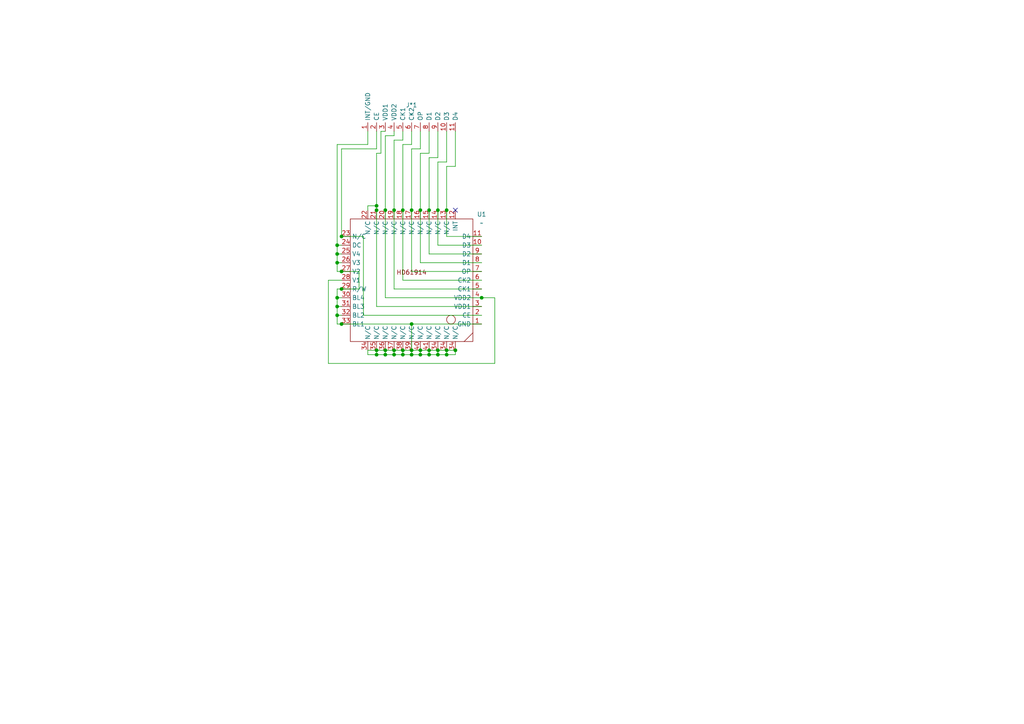
<source format=kicad_sch>
(kicad_sch
	(version 20250114)
	(generator "eeschema")
	(generator_version "9.0")
	(uuid "ca73b52c-85e5-406f-8bf0-25a1d295cc2d")
	(paper "A4")
	(lib_symbols
		(symbol "Custom_Retro_Chips:CASIO_OR-1_Pin_Headder"
			(exclude_from_sim no)
			(in_bom yes)
			(on_board yes)
			(property "Reference" "J*"
				(at 0 9.398 0)
				(effects
					(font
						(size 1.27 1.27)
					)
				)
			)
			(property "Value" ""
				(at 0 0 0)
				(effects
					(font
						(size 1.27 1.27)
					)
				)
			)
			(property "Footprint" ""
				(at 0 0 0)
				(effects
					(font
						(size 1.27 1.27)
					)
					(hide yes)
				)
			)
			(property "Datasheet" ""
				(at 0 0 0)
				(effects
					(font
						(size 1.27 1.27)
					)
					(hide yes)
				)
			)
			(property "Description" ""
				(at 0 0 0)
				(effects
					(font
						(size 1.27 1.27)
					)
					(hide yes)
				)
			)
			(symbol "CASIO_OR-1_Pin_Headder_1_1"
				(pin power_in line
					(at -12.7 1.27 90)
					(length 2.54)
					(name "INT/GND"
						(effects
							(font
								(size 1.27 1.27)
							)
						)
					)
					(number "1"
						(effects
							(font
								(size 1.27 1.27)
							)
						)
					)
				)
				(pin input line
					(at -10.16 1.27 90)
					(length 2.54)
					(name "CE"
						(effects
							(font
								(size 1.27 1.27)
							)
						)
					)
					(number "2"
						(effects
							(font
								(size 1.27 1.27)
							)
						)
					)
				)
				(pin power_in line
					(at -7.62 1.27 90)
					(length 2.54)
					(name "VDD1"
						(effects
							(font
								(size 1.27 1.27)
							)
						)
					)
					(number "3"
						(effects
							(font
								(size 1.27 1.27)
							)
						)
					)
				)
				(pin power_in line
					(at -5.08 1.27 90)
					(length 2.54)
					(name "VDD2"
						(effects
							(font
								(size 1.27 1.27)
							)
						)
					)
					(number "4"
						(effects
							(font
								(size 1.27 1.27)
							)
						)
					)
				)
				(pin input line
					(at -2.54 1.27 90)
					(length 2.54)
					(name "CK1"
						(effects
							(font
								(size 1.27 1.27)
							)
						)
					)
					(number "5"
						(effects
							(font
								(size 1.27 1.27)
							)
						)
					)
				)
				(pin input line
					(at 0 1.27 90)
					(length 2.54)
					(name "CK2"
						(effects
							(font
								(size 1.27 1.27)
							)
						)
					)
					(number "6"
						(effects
							(font
								(size 1.27 1.27)
							)
						)
					)
				)
				(pin input line
					(at 2.54 1.27 90)
					(length 2.54)
					(name "OP"
						(effects
							(font
								(size 1.27 1.27)
							)
						)
					)
					(number "7"
						(effects
							(font
								(size 1.27 1.27)
							)
						)
					)
				)
				(pin bidirectional line
					(at 5.08 1.27 90)
					(length 2.54)
					(name "D1"
						(effects
							(font
								(size 1.27 1.27)
							)
						)
					)
					(number "8"
						(effects
							(font
								(size 1.27 1.27)
							)
						)
					)
				)
				(pin bidirectional line
					(at 7.62 1.27 90)
					(length 2.54)
					(name "D2"
						(effects
							(font
								(size 1.27 1.27)
							)
						)
					)
					(number "9"
						(effects
							(font
								(size 1.27 1.27)
							)
						)
					)
				)
				(pin bidirectional line
					(at 10.16 1.27 90)
					(length 2.54)
					(name "D3"
						(effects
							(font
								(size 1.27 1.27)
							)
						)
					)
					(number "10"
						(effects
							(font
								(size 1.27 1.27)
							)
						)
					)
				)
				(pin bidirectional line
					(at 12.7 1.27 90)
					(length 2.54)
					(name "D4"
						(effects
							(font
								(size 1.27 1.27)
							)
						)
					)
					(number "11"
						(effects
							(font
								(size 1.27 1.27)
							)
						)
					)
				)
			)
			(embedded_fonts no)
		)
		(symbol "Custom_Retro_Chips:HD61914"
			(exclude_from_sim no)
			(in_bom yes)
			(on_board yes)
			(property "Reference" "U"
				(at 0 0 0)
				(effects
					(font
						(size 1.27 1.27)
					)
				)
			)
			(property "Value" ""
				(at 0 -16.256 0)
				(effects
					(font
						(size 1.27 1.27)
					)
				)
			)
			(property "Footprint" ""
				(at 0 -16.256 0)
				(effects
					(font
						(size 1.27 1.27)
					)
					(hide yes)
				)
			)
			(property "Datasheet" ""
				(at 0 -16.256 0)
				(effects
					(font
						(size 1.27 1.27)
					)
					(hide yes)
				)
			)
			(property "Description" ""
				(at 0 -16.256 0)
				(effects
					(font
						(size 1.27 1.27)
					)
					(hide yes)
				)
			)
			(symbol "HD61914_0_1"
				(rectangle
					(start -17.78 17.78)
					(end 17.78 -17.78)
					(stroke
						(width 0)
						(type default)
					)
					(fill
						(type none)
					)
				)
				(circle
					(center 11.43 -11.43)
					(radius 1.27)
					(stroke
						(width 0)
						(type default)
					)
					(fill
						(type none)
					)
				)
				(polyline
					(pts
						(xy 15.24 -17.78) (xy 17.78 -15.24)
					)
					(stroke
						(width 0)
						(type default)
					)
					(fill
						(type none)
					)
				)
			)
			(symbol "HD61914_1_1"
				(text "HD61914"
					(at 0 2.286 0)
					(effects
						(font
							(size 1.27 1.27)
						)
					)
				)
				(pin passive line
					(at -20.32 12.7 0)
					(length 2.54)
					(name "N/C"
						(effects
							(font
								(size 1.27 1.27)
							)
						)
					)
					(number "23"
						(effects
							(font
								(size 1.27 1.27)
							)
						)
					)
				)
				(pin input line
					(at -20.32 10.16 0)
					(length 2.54)
					(name "DC"
						(effects
							(font
								(size 1.27 1.27)
							)
						)
					)
					(number "24"
						(effects
							(font
								(size 1.27 1.27)
							)
						)
					)
				)
				(pin input line
					(at -20.32 7.62 0)
					(length 2.54)
					(name "V4"
						(effects
							(font
								(size 1.27 1.27)
							)
						)
					)
					(number "25"
						(effects
							(font
								(size 1.27 1.27)
							)
						)
					)
				)
				(pin input line
					(at -20.32 5.08 0)
					(length 2.54)
					(name "V3"
						(effects
							(font
								(size 1.27 1.27)
							)
						)
					)
					(number "26"
						(effects
							(font
								(size 1.27 1.27)
							)
						)
					)
				)
				(pin input line
					(at -20.32 2.54 0)
					(length 2.54)
					(name "V2"
						(effects
							(font
								(size 1.27 1.27)
							)
						)
					)
					(number "27"
						(effects
							(font
								(size 1.27 1.27)
							)
						)
					)
				)
				(pin input line
					(at -20.32 0 0)
					(length 2.54)
					(name "V1"
						(effects
							(font
								(size 1.27 1.27)
							)
						)
					)
					(number "28"
						(effects
							(font
								(size 1.27 1.27)
							)
						)
					)
				)
				(pin input line
					(at -20.32 -2.54 0)
					(length 2.54)
					(name "R/W"
						(effects
							(font
								(size 1.27 1.27)
							)
						)
					)
					(number "29"
						(effects
							(font
								(size 1.27 1.27)
							)
						)
					)
				)
				(pin input line
					(at -20.32 -5.08 0)
					(length 2.54)
					(name "BL4"
						(effects
							(font
								(size 1.27 1.27)
							)
						)
					)
					(number "30"
						(effects
							(font
								(size 1.27 1.27)
							)
						)
					)
				)
				(pin input line
					(at -20.32 -7.62 0)
					(length 2.54)
					(name "BL3"
						(effects
							(font
								(size 1.27 1.27)
							)
						)
					)
					(number "31"
						(effects
							(font
								(size 1.27 1.27)
							)
						)
					)
				)
				(pin input line
					(at -20.32 -10.16 0)
					(length 2.54)
					(name "BL2"
						(effects
							(font
								(size 1.27 1.27)
							)
						)
					)
					(number "32"
						(effects
							(font
								(size 1.27 1.27)
							)
						)
					)
				)
				(pin input line
					(at -20.32 -12.7 0)
					(length 2.54)
					(name "BL1"
						(effects
							(font
								(size 1.27 1.27)
							)
						)
					)
					(number "33"
						(effects
							(font
								(size 1.27 1.27)
							)
						)
					)
				)
				(pin passive line
					(at -12.7 20.32 270)
					(length 2.54)
					(name "N/C"
						(effects
							(font
								(size 1.27 1.27)
							)
						)
					)
					(number "22"
						(effects
							(font
								(size 1.27 1.27)
							)
						)
					)
				)
				(pin passive line
					(at -12.7 -20.32 90)
					(length 2.54)
					(name "N/C"
						(effects
							(font
								(size 1.27 1.27)
							)
						)
					)
					(number "34"
						(effects
							(font
								(size 1.27 1.27)
							)
						)
					)
				)
				(pin passive line
					(at -10.16 20.32 270)
					(length 2.54)
					(name "N/C"
						(effects
							(font
								(size 1.27 1.27)
							)
						)
					)
					(number "21"
						(effects
							(font
								(size 1.27 1.27)
							)
						)
					)
				)
				(pin passive line
					(at -10.16 -20.32 90)
					(length 2.54)
					(name "N/C"
						(effects
							(font
								(size 1.27 1.27)
							)
						)
					)
					(number "35"
						(effects
							(font
								(size 1.27 1.27)
							)
						)
					)
				)
				(pin passive line
					(at -7.62 20.32 270)
					(length 2.54)
					(name "N/C"
						(effects
							(font
								(size 1.27 1.27)
							)
						)
					)
					(number "20"
						(effects
							(font
								(size 1.27 1.27)
							)
						)
					)
				)
				(pin passive line
					(at -7.62 -20.32 90)
					(length 2.54)
					(name "N/C"
						(effects
							(font
								(size 1.27 1.27)
							)
						)
					)
					(number "36"
						(effects
							(font
								(size 1.27 1.27)
							)
						)
					)
				)
				(pin passive line
					(at -5.08 20.32 270)
					(length 2.54)
					(name "N/C"
						(effects
							(font
								(size 1.27 1.27)
							)
						)
					)
					(number "19"
						(effects
							(font
								(size 1.27 1.27)
							)
						)
					)
				)
				(pin passive line
					(at -5.08 -20.32 90)
					(length 2.54)
					(name "N/C"
						(effects
							(font
								(size 1.27 1.27)
							)
						)
					)
					(number "37"
						(effects
							(font
								(size 1.27 1.27)
							)
						)
					)
				)
				(pin passive line
					(at -2.54 20.32 270)
					(length 2.54)
					(name "N/C"
						(effects
							(font
								(size 1.27 1.27)
							)
						)
					)
					(number "18"
						(effects
							(font
								(size 1.27 1.27)
							)
						)
					)
				)
				(pin passive line
					(at -2.54 -20.32 90)
					(length 2.54)
					(name "N/C"
						(effects
							(font
								(size 1.27 1.27)
							)
						)
					)
					(number "38"
						(effects
							(font
								(size 1.27 1.27)
							)
						)
					)
				)
				(pin passive line
					(at 0 20.32 270)
					(length 2.54)
					(name "N/C"
						(effects
							(font
								(size 1.27 1.27)
							)
						)
					)
					(number "17"
						(effects
							(font
								(size 1.27 1.27)
							)
						)
					)
				)
				(pin passive line
					(at 0 -20.32 90)
					(length 2.54)
					(name "N/C"
						(effects
							(font
								(size 1.27 1.27)
							)
						)
					)
					(number "39"
						(effects
							(font
								(size 1.27 1.27)
							)
						)
					)
				)
				(pin passive line
					(at 2.54 20.32 270)
					(length 2.54)
					(name "N/C"
						(effects
							(font
								(size 1.27 1.27)
							)
						)
					)
					(number "16"
						(effects
							(font
								(size 1.27 1.27)
							)
						)
					)
				)
				(pin passive line
					(at 2.54 -20.32 90)
					(length 2.54)
					(name "N/C"
						(effects
							(font
								(size 1.27 1.27)
							)
						)
					)
					(number "40"
						(effects
							(font
								(size 1.27 1.27)
							)
						)
					)
				)
				(pin passive line
					(at 5.08 20.32 270)
					(length 2.54)
					(name "N/C"
						(effects
							(font
								(size 1.27 1.27)
							)
						)
					)
					(number "15"
						(effects
							(font
								(size 1.27 1.27)
							)
						)
					)
				)
				(pin passive line
					(at 5.08 -20.32 90)
					(length 2.54)
					(name "N/C"
						(effects
							(font
								(size 1.27 1.27)
							)
						)
					)
					(number "41"
						(effects
							(font
								(size 1.27 1.27)
							)
						)
					)
				)
				(pin passive line
					(at 7.62 20.32 270)
					(length 2.54)
					(name "N/C"
						(effects
							(font
								(size 1.27 1.27)
							)
						)
					)
					(number "14"
						(effects
							(font
								(size 1.27 1.27)
							)
						)
					)
				)
				(pin passive line
					(at 7.62 -20.32 90)
					(length 2.54)
					(name "N/C"
						(effects
							(font
								(size 1.27 1.27)
							)
						)
					)
					(number "34"
						(effects
							(font
								(size 1.27 1.27)
							)
						)
					)
				)
				(pin passive line
					(at 10.16 20.32 270)
					(length 2.54)
					(name "N/C"
						(effects
							(font
								(size 1.27 1.27)
							)
						)
					)
					(number "13"
						(effects
							(font
								(size 1.27 1.27)
							)
						)
					)
				)
				(pin passive line
					(at 10.16 -20.32 90)
					(length 2.54)
					(name "N/C"
						(effects
							(font
								(size 1.27 1.27)
							)
						)
					)
					(number "34"
						(effects
							(font
								(size 1.27 1.27)
							)
						)
					)
				)
				(pin input line
					(at 12.7 20.32 270)
					(length 2.54)
					(name "INT"
						(effects
							(font
								(size 1.27 1.27)
							)
						)
					)
					(number "12"
						(effects
							(font
								(size 1.27 1.27)
							)
						)
					)
				)
				(pin passive line
					(at 12.7 -20.32 90)
					(length 2.54)
					(name "N/C"
						(effects
							(font
								(size 1.27 1.27)
							)
						)
					)
					(number "34"
						(effects
							(font
								(size 1.27 1.27)
							)
						)
					)
				)
				(pin bidirectional line
					(at 20.32 12.7 180)
					(length 2.54)
					(name "D4"
						(effects
							(font
								(size 1.27 1.27)
							)
						)
					)
					(number "11"
						(effects
							(font
								(size 1.27 1.27)
							)
						)
					)
				)
				(pin bidirectional line
					(at 20.32 10.16 180)
					(length 2.54)
					(name "D3"
						(effects
							(font
								(size 1.27 1.27)
							)
						)
					)
					(number "10"
						(effects
							(font
								(size 1.27 1.27)
							)
						)
					)
				)
				(pin bidirectional line
					(at 20.32 7.62 180)
					(length 2.54)
					(name "D2"
						(effects
							(font
								(size 1.27 1.27)
							)
						)
					)
					(number "9"
						(effects
							(font
								(size 1.27 1.27)
							)
						)
					)
				)
				(pin bidirectional line
					(at 20.32 5.08 180)
					(length 2.54)
					(name "D1"
						(effects
							(font
								(size 1.27 1.27)
							)
						)
					)
					(number "8"
						(effects
							(font
								(size 1.27 1.27)
							)
						)
					)
				)
				(pin input line
					(at 20.32 2.54 180)
					(length 2.54)
					(name "OP"
						(effects
							(font
								(size 1.27 1.27)
							)
						)
					)
					(number "7"
						(effects
							(font
								(size 1.27 1.27)
							)
						)
					)
				)
				(pin input line
					(at 20.32 0 180)
					(length 2.54)
					(name "CK2"
						(effects
							(font
								(size 1.27 1.27)
							)
						)
					)
					(number "6"
						(effects
							(font
								(size 1.27 1.27)
							)
						)
					)
				)
				(pin input line
					(at 20.32 -2.54 180)
					(length 2.54)
					(name "CK1"
						(effects
							(font
								(size 1.27 1.27)
							)
						)
					)
					(number "5"
						(effects
							(font
								(size 1.27 1.27)
							)
						)
					)
				)
				(pin power_in line
					(at 20.32 -5.08 180)
					(length 2.54)
					(name "VDD2"
						(effects
							(font
								(size 1.27 1.27)
							)
						)
					)
					(number "4"
						(effects
							(font
								(size 1.27 1.27)
							)
						)
					)
				)
				(pin power_in line
					(at 20.32 -7.62 180)
					(length 2.54)
					(name "VDD1"
						(effects
							(font
								(size 1.27 1.27)
							)
						)
					)
					(number "3"
						(effects
							(font
								(size 1.27 1.27)
							)
						)
					)
				)
				(pin input line
					(at 20.32 -10.16 180)
					(length 2.54)
					(name "CE"
						(effects
							(font
								(size 1.27 1.27)
							)
						)
					)
					(number "2"
						(effects
							(font
								(size 1.27 1.27)
							)
						)
					)
				)
				(pin power_in line
					(at 20.32 -12.7 180)
					(length 2.54)
					(name "GND"
						(effects
							(font
								(size 1.27 1.27)
							)
						)
					)
					(number "1"
						(effects
							(font
								(size 1.27 1.27)
							)
						)
					)
				)
			)
			(embedded_fonts no)
		)
	)
	(junction
		(at 99.06 93.98)
		(diameter 0)
		(color 0 0 0 0)
		(uuid "092f2fdc-a8c2-4072-ba3d-87f98e1e3635")
	)
	(junction
		(at 116.84 101.6)
		(diameter 0)
		(color 0 0 0 0)
		(uuid "15d35a22-b784-47f3-8066-b5afa387dd80")
	)
	(junction
		(at 109.22 101.6)
		(diameter 0)
		(color 0 0 0 0)
		(uuid "16f70808-cdcc-44f4-a181-7d29ccf4efec")
	)
	(junction
		(at 97.79 86.36)
		(diameter 0)
		(color 0 0 0 0)
		(uuid "1c911b45-7811-4ab2-9127-0df36373f825")
	)
	(junction
		(at 111.76 102.87)
		(diameter 0)
		(color 0 0 0 0)
		(uuid "258944d3-e1e0-4d51-8f74-b0072b9196fb")
	)
	(junction
		(at 127 101.6)
		(diameter 0)
		(color 0 0 0 0)
		(uuid "27fe4e82-3797-4794-8b4c-96da092f7053")
	)
	(junction
		(at 119.38 60.96)
		(diameter 0)
		(color 0 0 0 0)
		(uuid "2ca450d5-8c12-481e-9b6e-7ba3e0b21d0b")
	)
	(junction
		(at 124.46 102.87)
		(diameter 0)
		(color 0 0 0 0)
		(uuid "4015576d-957b-447d-a821-1c4bc3a5a6fd")
	)
	(junction
		(at 119.38 102.87)
		(diameter 0)
		(color 0 0 0 0)
		(uuid "4ad4e074-1717-41bd-b07a-2a7ae1a8e3ca")
	)
	(junction
		(at 124.46 60.96)
		(diameter 0)
		(color 0 0 0 0)
		(uuid "4bce0996-2870-41f8-82a0-6d4d751ef1d7")
	)
	(junction
		(at 129.54 60.96)
		(diameter 0)
		(color 0 0 0 0)
		(uuid "5b0294f0-5d35-4798-baa2-930dd0259403")
	)
	(junction
		(at 97.79 71.12)
		(diameter 0)
		(color 0 0 0 0)
		(uuid "5f93664b-c6cd-4b99-812f-965b4f742a61")
	)
	(junction
		(at 114.3 102.87)
		(diameter 0)
		(color 0 0 0 0)
		(uuid "63bb93ed-8088-476f-adce-cfbf17485efc")
	)
	(junction
		(at 97.79 91.44)
		(diameter 0)
		(color 0 0 0 0)
		(uuid "6c8e3502-0d03-4b49-8106-ee5032f7e365")
	)
	(junction
		(at 121.92 60.96)
		(diameter 0)
		(color 0 0 0 0)
		(uuid "6dfc6aa6-9a7a-438b-a77b-cf56e1a2b51a")
	)
	(junction
		(at 114.3 60.96)
		(diameter 0)
		(color 0 0 0 0)
		(uuid "726b7378-2793-4cc4-a834-c015696d35d3")
	)
	(junction
		(at 109.22 59.69)
		(diameter 0)
		(color 0 0 0 0)
		(uuid "733d4776-e7c0-4b63-9391-4a4c3d5f3197")
	)
	(junction
		(at 99.06 83.82)
		(diameter 0)
		(color 0 0 0 0)
		(uuid "7628f176-9602-42de-9600-f7fd164806ca")
	)
	(junction
		(at 132.08 101.6)
		(diameter 0)
		(color 0 0 0 0)
		(uuid "765a2f12-63b4-49a3-93ab-6bef11fba312")
	)
	(junction
		(at 127 102.87)
		(diameter 0)
		(color 0 0 0 0)
		(uuid "79532bc3-5c43-4359-9cf8-34aee95be9ef")
	)
	(junction
		(at 129.54 102.87)
		(diameter 0)
		(color 0 0 0 0)
		(uuid "7bd21744-e27c-4ecf-b589-091d993fe04e")
	)
	(junction
		(at 124.46 101.6)
		(diameter 0)
		(color 0 0 0 0)
		(uuid "818d6147-d018-4360-a784-cfe522c7687b")
	)
	(junction
		(at 114.3 101.6)
		(diameter 0)
		(color 0 0 0 0)
		(uuid "82428c8a-afa1-4069-b503-cfa34f774121")
	)
	(junction
		(at 119.38 101.6)
		(diameter 0)
		(color 0 0 0 0)
		(uuid "93df33fc-98c8-46ea-a1a3-55c25c4bff9f")
	)
	(junction
		(at 116.84 102.87)
		(diameter 0)
		(color 0 0 0 0)
		(uuid "94b35d8f-0ea4-4cc5-a365-cb7054b8b4eb")
	)
	(junction
		(at 99.06 68.58)
		(diameter 0)
		(color 0 0 0 0)
		(uuid "973af269-35c9-41cd-9963-12e9e4eca4b6")
	)
	(junction
		(at 121.92 101.6)
		(diameter 0)
		(color 0 0 0 0)
		(uuid "9af637c0-68c0-4d84-8ffd-b3f46f8b1c99")
	)
	(junction
		(at 127 60.96)
		(diameter 0)
		(color 0 0 0 0)
		(uuid "9cc2d8dd-8515-4517-8182-822cce1495c1")
	)
	(junction
		(at 97.79 88.9)
		(diameter 0)
		(color 0 0 0 0)
		(uuid "a90097ec-686f-41e7-8ca6-501fca1d7f81")
	)
	(junction
		(at 109.22 102.87)
		(diameter 0)
		(color 0 0 0 0)
		(uuid "ab7d12d2-3412-4b37-8c6f-e77eda991271")
	)
	(junction
		(at 139.7 86.36)
		(diameter 0)
		(color 0 0 0 0)
		(uuid "af4d24cc-2bbf-4c16-9029-c033cdc18c99")
	)
	(junction
		(at 129.54 101.6)
		(diameter 0)
		(color 0 0 0 0)
		(uuid "b2f0a35e-801f-4de9-b2a6-14f2508556b0")
	)
	(junction
		(at 116.84 60.96)
		(diameter 0)
		(color 0 0 0 0)
		(uuid "b3db72b6-a8cf-41ee-8137-5558ed4dc93f")
	)
	(junction
		(at 97.79 73.66)
		(diameter 0)
		(color 0 0 0 0)
		(uuid "c0fa89c0-27c0-4f6f-b51e-96e294c02684")
	)
	(junction
		(at 119.38 93.98)
		(diameter 0)
		(color 0 0 0 0)
		(uuid "c6858be7-898f-4ab8-a15c-05236f4c208e")
	)
	(junction
		(at 99.06 78.74)
		(diameter 0)
		(color 0 0 0 0)
		(uuid "cc123904-86f4-49c3-b973-08fdadc53f4d")
	)
	(junction
		(at 111.76 101.6)
		(diameter 0)
		(color 0 0 0 0)
		(uuid "d39c3a60-dfe3-4cc0-af0b-c141963b3b50")
	)
	(junction
		(at 109.22 60.96)
		(diameter 0)
		(color 0 0 0 0)
		(uuid "e9419d64-8c99-4ce5-a6e5-f43c27175651")
	)
	(junction
		(at 97.79 76.2)
		(diameter 0)
		(color 0 0 0 0)
		(uuid "ee48e08b-2cdc-4506-8b47-77e9d4c95121")
	)
	(junction
		(at 121.92 102.87)
		(diameter 0)
		(color 0 0 0 0)
		(uuid "f127b276-6069-4a9f-a977-5df5f03968e2")
	)
	(junction
		(at 111.76 60.96)
		(diameter 0)
		(color 0 0 0 0)
		(uuid "f986e4ae-dfde-427e-86ed-5b061a8fb10e")
	)
	(no_connect
		(at 132.08 60.96)
		(uuid "8cd35a3e-5bdd-47ce-9f8d-8ed9128587cd")
	)
	(wire
		(pts
			(xy 97.79 91.44) (xy 99.06 91.44)
		)
		(stroke
			(width 0)
			(type default)
		)
		(uuid "0104cb4a-14ec-4ae9-bc2f-5d316db8610a")
	)
	(wire
		(pts
			(xy 129.54 38.1) (xy 129.54 46.99)
		)
		(stroke
			(width 0)
			(type default)
		)
		(uuid "0294c081-57c5-4a69-9723-b1b6cab385d5")
	)
	(wire
		(pts
			(xy 106.68 38.1) (xy 106.68 41.91)
		)
		(stroke
			(width 0)
			(type default)
		)
		(uuid "02f43f99-19a4-455d-a1ed-0c833766d4db")
	)
	(wire
		(pts
			(xy 97.79 78.74) (xy 99.06 78.74)
		)
		(stroke
			(width 0)
			(type default)
		)
		(uuid "05a3d3a2-483e-48b9-9f0e-0526edce1914")
	)
	(wire
		(pts
			(xy 111.76 102.87) (xy 114.3 102.87)
		)
		(stroke
			(width 0)
			(type default)
		)
		(uuid "07cfa204-0ec7-441b-81d4-edbcf7facf8d")
	)
	(wire
		(pts
			(xy 97.79 86.36) (xy 99.06 86.36)
		)
		(stroke
			(width 0)
			(type default)
		)
		(uuid "090b63b0-d3a8-405d-a69f-16d863b09c20")
	)
	(wire
		(pts
			(xy 109.22 102.87) (xy 109.22 101.6)
		)
		(stroke
			(width 0)
			(type default)
		)
		(uuid "15f87b5a-0bf0-4621-99f6-ce9ba7725944")
	)
	(wire
		(pts
			(xy 116.84 101.6) (xy 119.38 101.6)
		)
		(stroke
			(width 0)
			(type default)
		)
		(uuid "16e03aee-b747-4e88-b2c1-b54188b923e1")
	)
	(wire
		(pts
			(xy 114.3 83.82) (xy 114.3 60.96)
		)
		(stroke
			(width 0)
			(type default)
		)
		(uuid "1774a9b3-ea6d-46ff-8e47-7e2e3911feb7")
	)
	(wire
		(pts
			(xy 129.54 102.87) (xy 132.08 102.87)
		)
		(stroke
			(width 0)
			(type default)
		)
		(uuid "19e12969-91dc-4b29-8057-a9f37ded3f81")
	)
	(wire
		(pts
			(xy 119.38 102.87) (xy 121.92 102.87)
		)
		(stroke
			(width 0)
			(type default)
		)
		(uuid "1b267a37-adf8-4556-ac87-8caa3f19228b")
	)
	(wire
		(pts
			(xy 129.54 68.58) (xy 129.54 60.96)
		)
		(stroke
			(width 0)
			(type default)
		)
		(uuid "1c515617-8784-4028-b567-21fed7f50992")
	)
	(wire
		(pts
			(xy 114.3 102.87) (xy 114.3 101.6)
		)
		(stroke
			(width 0)
			(type default)
		)
		(uuid "232d1bd7-9ae0-43a5-bfb4-f32bf8aee14b")
	)
	(wire
		(pts
			(xy 106.68 59.69) (xy 109.22 59.69)
		)
		(stroke
			(width 0)
			(type default)
		)
		(uuid "24ad8e13-f4cd-404b-873a-fa2de49a913a")
	)
	(wire
		(pts
			(xy 104.14 78.74) (xy 104.14 83.82)
		)
		(stroke
			(width 0)
			(type default)
		)
		(uuid "24fa2da5-1c03-4e6b-aaf9-c7fed12822a1")
	)
	(wire
		(pts
			(xy 106.68 101.6) (xy 109.22 101.6)
		)
		(stroke
			(width 0)
			(type default)
		)
		(uuid "26e0fedc-03c4-4aaf-8e35-fc8a29ac66eb")
	)
	(wire
		(pts
			(xy 121.92 44.45) (xy 124.46 44.45)
		)
		(stroke
			(width 0)
			(type default)
		)
		(uuid "29bfa2b5-2360-425e-96e7-9e00616fb37e")
	)
	(wire
		(pts
			(xy 119.38 93.98) (xy 119.38 101.6)
		)
		(stroke
			(width 0)
			(type default)
		)
		(uuid "32fbe876-ee7a-43a5-9c09-17b82628bdc3")
	)
	(wire
		(pts
			(xy 129.54 101.6) (xy 132.08 101.6)
		)
		(stroke
			(width 0)
			(type default)
		)
		(uuid "34a899b3-5209-4859-be44-0ae745ee94f7")
	)
	(wire
		(pts
			(xy 97.79 88.9) (xy 99.06 88.9)
		)
		(stroke
			(width 0)
			(type default)
		)
		(uuid "34fccd41-4004-415e-a4c3-3f0dc400b038")
	)
	(wire
		(pts
			(xy 124.46 44.45) (xy 124.46 38.1)
		)
		(stroke
			(width 0)
			(type default)
		)
		(uuid "3877618d-d00b-41af-af09-2fbc477045bc")
	)
	(wire
		(pts
			(xy 97.79 41.91) (xy 97.79 71.12)
		)
		(stroke
			(width 0)
			(type default)
		)
		(uuid "38d6d6f4-051f-46f4-8a34-ef94e31a1b5a")
	)
	(wire
		(pts
			(xy 109.22 101.6) (xy 111.76 101.6)
		)
		(stroke
			(width 0)
			(type default)
		)
		(uuid "3c8eb3c9-818e-4ff5-9ef3-78cc79580fa1")
	)
	(wire
		(pts
			(xy 111.76 101.6) (xy 114.3 101.6)
		)
		(stroke
			(width 0)
			(type default)
		)
		(uuid "4022d52e-0908-46de-83dc-7cff46779147")
	)
	(wire
		(pts
			(xy 111.76 60.96) (xy 111.76 39.37)
		)
		(stroke
			(width 0)
			(type default)
		)
		(uuid "424c62b5-e84d-4132-a732-65edb9963962")
	)
	(wire
		(pts
			(xy 106.68 101.6) (xy 106.68 102.87)
		)
		(stroke
			(width 0)
			(type default)
		)
		(uuid "4a299042-c744-4033-b4c8-695488713a1e")
	)
	(wire
		(pts
			(xy 97.79 88.9) (xy 97.79 91.44)
		)
		(stroke
			(width 0)
			(type default)
		)
		(uuid "4ab71a30-3452-4a25-b861-0c23ef8c257f")
	)
	(wire
		(pts
			(xy 114.3 39.37) (xy 114.3 38.1)
		)
		(stroke
			(width 0)
			(type default)
		)
		(uuid "4c18f2f5-6a1e-40d0-ae6c-dffd1a897cd2")
	)
	(wire
		(pts
			(xy 127 71.12) (xy 127 60.96)
		)
		(stroke
			(width 0)
			(type default)
		)
		(uuid "4ecee97c-c2e7-4cde-9f58-6dac6938dd49")
	)
	(wire
		(pts
			(xy 97.79 73.66) (xy 99.06 73.66)
		)
		(stroke
			(width 0)
			(type default)
		)
		(uuid "4f0dd450-b65b-4a15-978e-e886488a9ea0")
	)
	(wire
		(pts
			(xy 129.54 60.96) (xy 129.54 48.26)
		)
		(stroke
			(width 0)
			(type default)
		)
		(uuid "51d99c9a-c3db-4046-87a3-52f7617a3ee4")
	)
	(wire
		(pts
			(xy 124.46 101.6) (xy 127 101.6)
		)
		(stroke
			(width 0)
			(type default)
		)
		(uuid "587ef999-7917-4f21-8fca-28dcf30208e5")
	)
	(wire
		(pts
			(xy 99.06 78.74) (xy 104.14 78.74)
		)
		(stroke
			(width 0)
			(type default)
		)
		(uuid "58e422ed-9b7b-4331-a3da-6a341e897b81")
	)
	(wire
		(pts
			(xy 109.22 38.1) (xy 109.22 43.18)
		)
		(stroke
			(width 0)
			(type default)
		)
		(uuid "5a0c827f-6eb3-4d02-ab23-7964eb1d385c")
	)
	(wire
		(pts
			(xy 97.79 93.98) (xy 99.06 93.98)
		)
		(stroke
			(width 0)
			(type default)
		)
		(uuid "5eb401b8-05b8-4779-bc42-07967d663590")
	)
	(wire
		(pts
			(xy 139.7 81.28) (xy 116.84 81.28)
		)
		(stroke
			(width 0)
			(type default)
		)
		(uuid "60ca4243-74e3-4393-97a2-3dd4e4d9b148")
	)
	(wire
		(pts
			(xy 106.68 60.96) (xy 106.68 59.69)
		)
		(stroke
			(width 0)
			(type default)
		)
		(uuid "60d99c87-6699-46be-8074-27714a08e522")
	)
	(wire
		(pts
			(xy 97.79 76.2) (xy 99.06 76.2)
		)
		(stroke
			(width 0)
			(type default)
		)
		(uuid "615a9ad5-9021-4f86-93b9-15989121a0e3")
	)
	(wire
		(pts
			(xy 99.06 83.82) (xy 104.14 83.82)
		)
		(stroke
			(width 0)
			(type default)
		)
		(uuid "6177c65c-4634-4daa-92f1-76846402df99")
	)
	(wire
		(pts
			(xy 97.79 73.66) (xy 97.79 76.2)
		)
		(stroke
			(width 0)
			(type default)
		)
		(uuid "6548d101-8d45-408f-bd75-670a798cff82")
	)
	(wire
		(pts
			(xy 95.25 81.28) (xy 95.25 105.41)
		)
		(stroke
			(width 0)
			(type default)
		)
		(uuid "65b30c7e-a200-4de1-b08c-a31a7123e2d4")
	)
	(wire
		(pts
			(xy 119.38 41.91) (xy 119.38 38.1)
		)
		(stroke
			(width 0)
			(type default)
		)
		(uuid "6ce5a129-0757-4931-aa11-2b209a288054")
	)
	(wire
		(pts
			(xy 132.08 48.26) (xy 132.08 38.1)
		)
		(stroke
			(width 0)
			(type default)
		)
		(uuid "6d1ecab0-c442-4064-8961-936cccfdfb52")
	)
	(wire
		(pts
			(xy 97.79 71.12) (xy 99.06 71.12)
		)
		(stroke
			(width 0)
			(type default)
		)
		(uuid "6dc51b26-5773-42d9-9755-84901770b918")
	)
	(wire
		(pts
			(xy 127 101.6) (xy 129.54 101.6)
		)
		(stroke
			(width 0)
			(type default)
		)
		(uuid "75c224ae-86e5-44af-ace5-8b9117dd7532")
	)
	(wire
		(pts
			(xy 99.06 83.82) (xy 97.79 83.82)
		)
		(stroke
			(width 0)
			(type default)
		)
		(uuid "76369cf3-ec8b-454a-8b02-75364cc41fba")
	)
	(wire
		(pts
			(xy 121.92 76.2) (xy 121.92 60.96)
		)
		(stroke
			(width 0)
			(type default)
		)
		(uuid "76ee6603-b2dd-4d99-b734-f683c64c11f5")
	)
	(wire
		(pts
			(xy 114.3 102.87) (xy 116.84 102.87)
		)
		(stroke
			(width 0)
			(type default)
		)
		(uuid "771cf336-4d0e-4dd8-b761-41e7c7228ebd")
	)
	(wire
		(pts
			(xy 139.7 71.12) (xy 127 71.12)
		)
		(stroke
			(width 0)
			(type default)
		)
		(uuid "78a67bf7-52df-4106-a651-99523fd26230")
	)
	(wire
		(pts
			(xy 143.51 86.36) (xy 139.7 86.36)
		)
		(stroke
			(width 0)
			(type default)
		)
		(uuid "7b7231c9-8b76-4c73-8e8a-9de7e1cfc1c6")
	)
	(wire
		(pts
			(xy 124.46 73.66) (xy 124.46 60.96)
		)
		(stroke
			(width 0)
			(type default)
		)
		(uuid "7c2d1c31-d34b-49d8-9b88-39471adcd22c")
	)
	(wire
		(pts
			(xy 99.06 81.28) (xy 95.25 81.28)
		)
		(stroke
			(width 0)
			(type default)
		)
		(uuid "7de57500-4a0e-47c9-9ce0-24b4a8ff7efc")
	)
	(wire
		(pts
			(xy 129.54 48.26) (xy 132.08 48.26)
		)
		(stroke
			(width 0)
			(type default)
		)
		(uuid "7e816408-7e0b-4f35-b0eb-52d54eca657c")
	)
	(wire
		(pts
			(xy 109.22 102.87) (xy 111.76 102.87)
		)
		(stroke
			(width 0)
			(type default)
		)
		(uuid "7f5b1f6f-3cb6-4c7f-993c-fc59e22631e6")
	)
	(wire
		(pts
			(xy 139.7 76.2) (xy 121.92 76.2)
		)
		(stroke
			(width 0)
			(type default)
		)
		(uuid "7fb2d96d-3c3d-4cfe-82fe-be2b379f4f17")
	)
	(wire
		(pts
			(xy 99.06 93.98) (xy 119.38 93.98)
		)
		(stroke
			(width 0)
			(type default)
		)
		(uuid "8044b8c9-bee9-4b58-8b46-6d69fc769c68")
	)
	(wire
		(pts
			(xy 97.79 83.82) (xy 97.79 86.36)
		)
		(stroke
			(width 0)
			(type default)
		)
		(uuid "84bf8a4b-a01c-485a-8ce2-76daa9f58667")
	)
	(wire
		(pts
			(xy 114.3 60.96) (xy 114.3 40.64)
		)
		(stroke
			(width 0)
			(type default)
		)
		(uuid "85b40123-e89f-4bca-9387-788d870dd8f0")
	)
	(wire
		(pts
			(xy 116.84 102.87) (xy 119.38 102.87)
		)
		(stroke
			(width 0)
			(type default)
		)
		(uuid "86800f45-eac5-4db3-8703-6b471343361f")
	)
	(wire
		(pts
			(xy 111.76 102.87) (xy 111.76 101.6)
		)
		(stroke
			(width 0)
			(type default)
		)
		(uuid "87e57f51-b15e-43ae-a100-03192ccc66cf")
	)
	(wire
		(pts
			(xy 124.46 45.72) (xy 127 45.72)
		)
		(stroke
			(width 0)
			(type default)
		)
		(uuid "886eb851-775f-4221-a90f-abc4797cb260")
	)
	(wire
		(pts
			(xy 109.22 43.18) (xy 99.06 43.18)
		)
		(stroke
			(width 0)
			(type default)
		)
		(uuid "88937519-000b-44d4-a7cd-2d9105ff28d5")
	)
	(wire
		(pts
			(xy 97.79 71.12) (xy 97.79 73.66)
		)
		(stroke
			(width 0)
			(type default)
		)
		(uuid "90c087b7-d799-46b9-abf9-0a75ab2e045d")
	)
	(wire
		(pts
			(xy 139.7 68.58) (xy 129.54 68.58)
		)
		(stroke
			(width 0)
			(type default)
		)
		(uuid "913257a4-4579-409f-a3e0-138d4cb5c83d")
	)
	(wire
		(pts
			(xy 109.22 44.45) (xy 109.22 59.69)
		)
		(stroke
			(width 0)
			(type default)
		)
		(uuid "91eb9703-2997-4011-bc66-59045534d9c0")
	)
	(wire
		(pts
			(xy 124.46 60.96) (xy 124.46 45.72)
		)
		(stroke
			(width 0)
			(type default)
		)
		(uuid "9450d202-b676-47aa-bc32-00f15992fea1")
	)
	(wire
		(pts
			(xy 116.84 40.64) (xy 116.84 38.1)
		)
		(stroke
			(width 0)
			(type default)
		)
		(uuid "98e6df41-ab5f-4c4b-9116-554e2f291b4c")
	)
	(wire
		(pts
			(xy 99.06 68.58) (xy 105.41 68.58)
		)
		(stroke
			(width 0)
			(type default)
		)
		(uuid "9b993c67-a6ed-4bed-8dc9-40823bbcbfce")
	)
	(wire
		(pts
			(xy 139.7 83.82) (xy 114.3 83.82)
		)
		(stroke
			(width 0)
			(type default)
		)
		(uuid "9dcbaa92-fb84-45db-944a-e38bafaef792")
	)
	(wire
		(pts
			(xy 119.38 43.18) (xy 121.92 43.18)
		)
		(stroke
			(width 0)
			(type default)
		)
		(uuid "a1d1f4b3-8083-43ab-9927-7c6d937f16eb")
	)
	(wire
		(pts
			(xy 127 46.99) (xy 129.54 46.99)
		)
		(stroke
			(width 0)
			(type default)
		)
		(uuid "a3d632e2-cf88-4e15-af86-1fe4ef5053c6")
	)
	(wire
		(pts
			(xy 110.49 44.45) (xy 110.49 38.1)
		)
		(stroke
			(width 0)
			(type default)
		)
		(uuid "a7eaf664-654b-423b-9d64-ff377bbad535")
	)
	(wire
		(pts
			(xy 124.46 102.87) (xy 124.46 101.6)
		)
		(stroke
			(width 0)
			(type default)
		)
		(uuid "add282f8-3258-42c2-bf06-524c276f1a93")
	)
	(wire
		(pts
			(xy 139.7 78.74) (xy 119.38 78.74)
		)
		(stroke
			(width 0)
			(type default)
		)
		(uuid "ae37e126-a5f2-4ebf-91dc-284ef6369410")
	)
	(wire
		(pts
			(xy 95.25 105.41) (xy 143.51 105.41)
		)
		(stroke
			(width 0)
			(type default)
		)
		(uuid "aea81d80-afb8-4f84-9850-a70c459a4f82")
	)
	(wire
		(pts
			(xy 139.7 73.66) (xy 124.46 73.66)
		)
		(stroke
			(width 0)
			(type default)
		)
		(uuid "afa98a51-bac4-4d0f-af1a-e0deaf727314")
	)
	(wire
		(pts
			(xy 116.84 102.87) (xy 116.84 101.6)
		)
		(stroke
			(width 0)
			(type default)
		)
		(uuid "b0b35d87-8a7b-4b4d-a849-172d13f9fed5")
	)
	(wire
		(pts
			(xy 119.38 101.6) (xy 121.92 101.6)
		)
		(stroke
			(width 0)
			(type default)
		)
		(uuid "b69a00b6-7d62-490d-a3af-761f86b43192")
	)
	(wire
		(pts
			(xy 97.79 76.2) (xy 97.79 78.74)
		)
		(stroke
			(width 0)
			(type default)
		)
		(uuid "b7a5b643-21c2-48c5-ba4b-b6f06566ebc5")
	)
	(wire
		(pts
			(xy 116.84 60.96) (xy 116.84 41.91)
		)
		(stroke
			(width 0)
			(type default)
		)
		(uuid "bcdf2640-f298-40e4-9c17-a07e73e26a18")
	)
	(wire
		(pts
			(xy 127 102.87) (xy 129.54 102.87)
		)
		(stroke
			(width 0)
			(type default)
		)
		(uuid "bdbb6422-8023-4916-a9f6-026a8ed93ffe")
	)
	(wire
		(pts
			(xy 114.3 101.6) (xy 116.84 101.6)
		)
		(stroke
			(width 0)
			(type default)
		)
		(uuid "bdc44ba9-4221-4ac6-b37e-e31346fe8b2f")
	)
	(wire
		(pts
			(xy 121.92 102.87) (xy 124.46 102.87)
		)
		(stroke
			(width 0)
			(type default)
		)
		(uuid "c0557a38-01b4-43e7-bbf8-d7227aa2de8e")
	)
	(wire
		(pts
			(xy 109.22 59.69) (xy 109.22 60.96)
		)
		(stroke
			(width 0)
			(type default)
		)
		(uuid "c252ec29-5af4-4db6-a13a-ec80fbbfa317")
	)
	(wire
		(pts
			(xy 97.79 91.44) (xy 97.79 93.98)
		)
		(stroke
			(width 0)
			(type default)
		)
		(uuid "c300b02d-1bc7-4d7f-af70-5259a90c3a53")
	)
	(wire
		(pts
			(xy 121.92 60.96) (xy 121.92 44.45)
		)
		(stroke
			(width 0)
			(type default)
		)
		(uuid "c3d76fd0-7767-463a-983f-971e2ff8aa9f")
	)
	(wire
		(pts
			(xy 129.54 102.87) (xy 129.54 101.6)
		)
		(stroke
			(width 0)
			(type default)
		)
		(uuid "c545c6e4-8ab2-4b07-b11b-726854ce69b6")
	)
	(wire
		(pts
			(xy 121.92 101.6) (xy 124.46 101.6)
		)
		(stroke
			(width 0)
			(type default)
		)
		(uuid "c62d6f43-01af-4c99-b2e6-3648b4924f1c")
	)
	(wire
		(pts
			(xy 105.41 91.44) (xy 105.41 68.58)
		)
		(stroke
			(width 0)
			(type default)
		)
		(uuid "c7192dc0-26ca-4ab4-8ad3-4078a411406a")
	)
	(wire
		(pts
			(xy 111.76 86.36) (xy 111.76 60.96)
		)
		(stroke
			(width 0)
			(type default)
		)
		(uuid "c7fae7f8-ffee-4226-9c43-505c224e6eb1")
	)
	(wire
		(pts
			(xy 124.46 102.87) (xy 127 102.87)
		)
		(stroke
			(width 0)
			(type default)
		)
		(uuid "c9e02ddb-d941-49fa-9ad9-7e86fe7bb764")
	)
	(wire
		(pts
			(xy 116.84 41.91) (xy 119.38 41.91)
		)
		(stroke
			(width 0)
			(type default)
		)
		(uuid "cb6d9a31-5205-46bb-b08d-b4fe60e8b7b0")
	)
	(wire
		(pts
			(xy 127 38.1) (xy 127 45.72)
		)
		(stroke
			(width 0)
			(type default)
		)
		(uuid "ccf7aea3-a229-40fd-a927-cf79bdae7f3f")
	)
	(wire
		(pts
			(xy 139.7 91.44) (xy 105.41 91.44)
		)
		(stroke
			(width 0)
			(type default)
		)
		(uuid "cd705d4c-ca89-46e2-992c-73ab3f6d98f6")
	)
	(wire
		(pts
			(xy 119.38 93.98) (xy 139.7 93.98)
		)
		(stroke
			(width 0)
			(type default)
		)
		(uuid "cdca3a0c-3383-443b-82ad-dd44d6f7b1f5")
	)
	(wire
		(pts
			(xy 132.08 102.87) (xy 132.08 101.6)
		)
		(stroke
			(width 0)
			(type default)
		)
		(uuid "d0a88ab5-3fb0-4cbe-a92c-411f324e5c33")
	)
	(wire
		(pts
			(xy 119.38 78.74) (xy 119.38 60.96)
		)
		(stroke
			(width 0)
			(type default)
		)
		(uuid "d2e97434-7618-4916-8e19-1d84249aa805")
	)
	(wire
		(pts
			(xy 114.3 40.64) (xy 116.84 40.64)
		)
		(stroke
			(width 0)
			(type default)
		)
		(uuid "d5c122a5-5e65-4771-a97c-044f312c19fc")
	)
	(wire
		(pts
			(xy 106.68 41.91) (xy 97.79 41.91)
		)
		(stroke
			(width 0)
			(type default)
		)
		(uuid "d6d3945b-346c-43b8-b0d5-656876d0ff4d")
	)
	(wire
		(pts
			(xy 110.49 38.1) (xy 111.76 38.1)
		)
		(stroke
			(width 0)
			(type default)
		)
		(uuid "d6efa33b-f989-4dbb-991a-2e53ed996774")
	)
	(wire
		(pts
			(xy 109.22 44.45) (xy 110.49 44.45)
		)
		(stroke
			(width 0)
			(type default)
		)
		(uuid "db2619f8-7cbb-462d-ac82-e3a74d291788")
	)
	(wire
		(pts
			(xy 97.79 86.36) (xy 97.79 88.9)
		)
		(stroke
			(width 0)
			(type default)
		)
		(uuid "db597ec9-ada8-4444-8a81-9fbd60581387")
	)
	(wire
		(pts
			(xy 116.84 81.28) (xy 116.84 60.96)
		)
		(stroke
			(width 0)
			(type default)
		)
		(uuid "dc3aee84-66c1-4df3-b2c8-9dc72ffe0a3d")
	)
	(wire
		(pts
			(xy 121.92 102.87) (xy 121.92 101.6)
		)
		(stroke
			(width 0)
			(type default)
		)
		(uuid "dca5cfc3-1d6a-4b6f-bf64-09f4d817d16a")
	)
	(wire
		(pts
			(xy 119.38 60.96) (xy 119.38 43.18)
		)
		(stroke
			(width 0)
			(type default)
		)
		(uuid "dccc23cf-f8bb-4906-ab2d-c9dd8df126e3")
	)
	(wire
		(pts
			(xy 119.38 102.87) (xy 119.38 101.6)
		)
		(stroke
			(width 0)
			(type default)
		)
		(uuid "df24445d-1cd8-438f-9a7d-9bf2bd10b1b5")
	)
	(wire
		(pts
			(xy 109.22 88.9) (xy 109.22 60.96)
		)
		(stroke
			(width 0)
			(type default)
		)
		(uuid "ec3037a2-1d9b-48b9-84ab-79c2548fa297")
	)
	(wire
		(pts
			(xy 143.51 105.41) (xy 143.51 86.36)
		)
		(stroke
			(width 0)
			(type default)
		)
		(uuid "ec6c1256-acbb-4cc7-8aa9-94aedb673164")
	)
	(wire
		(pts
			(xy 121.92 43.18) (xy 121.92 38.1)
		)
		(stroke
			(width 0)
			(type default)
		)
		(uuid "eff5a1fa-ab25-4cf0-8e6a-0cc706c288f6")
	)
	(wire
		(pts
			(xy 99.06 43.18) (xy 99.06 68.58)
		)
		(stroke
			(width 0)
			(type default)
		)
		(uuid "f509c736-5975-431e-a583-b4a71e1ff020")
	)
	(wire
		(pts
			(xy 127 60.96) (xy 127 46.99)
		)
		(stroke
			(width 0)
			(type default)
		)
		(uuid "f57f0647-acae-49d0-8915-2e57cc87dabd")
	)
	(wire
		(pts
			(xy 139.7 86.36) (xy 111.76 86.36)
		)
		(stroke
			(width 0)
			(type default)
		)
		(uuid "f70989e2-efe6-443b-af29-e8fa1a96d095")
	)
	(wire
		(pts
			(xy 111.76 39.37) (xy 114.3 39.37)
		)
		(stroke
			(width 0)
			(type default)
		)
		(uuid "fa11bc99-8a01-4cdb-abbc-dfda928197fb")
	)
	(wire
		(pts
			(xy 106.68 102.87) (xy 109.22 102.87)
		)
		(stroke
			(width 0)
			(type default)
		)
		(uuid "fc84fe7a-e0a6-4373-b995-26a51a20f9f4")
	)
	(wire
		(pts
			(xy 139.7 88.9) (xy 109.22 88.9)
		)
		(stroke
			(width 0)
			(type default)
		)
		(uuid "fe1ea319-7a05-4245-8dd1-b274151a1dac")
	)
	(wire
		(pts
			(xy 127 102.87) (xy 127 101.6)
		)
		(stroke
			(width 0)
			(type default)
		)
		(uuid "ffde9825-8ec9-4335-9682-7ccfa53a89b7")
	)
	(symbol
		(lib_id "Custom_Retro_Chips:HD61914")
		(at 119.38 81.28 0)
		(unit 1)
		(exclude_from_sim no)
		(in_bom yes)
		(on_board yes)
		(dnp no)
		(fields_autoplaced yes)
		(uuid "2fa33bf8-b073-4a1e-81cc-a5ea43263f2a")
		(property "Reference" "U1"
			(at 139.7 62.1598 0)
			(effects
				(font
					(size 1.27 1.27)
				)
			)
		)
		(property "Value" "~"
			(at 139.7 64.6998 0)
			(effects
				(font
					(size 1.27 1.27)
				)
			)
		)
		(property "Footprint" "Custom_Reto_Chips:HD61914"
			(at 119.38 97.536 0)
			(effects
				(font
					(size 1.27 1.27)
				)
				(hide yes)
			)
		)
		(property "Datasheet" ""
			(at 119.38 97.536 0)
			(effects
				(font
					(size 1.27 1.27)
				)
				(hide yes)
			)
		)
		(property "Description" ""
			(at 119.38 97.536 0)
			(effects
				(font
					(size 1.27 1.27)
				)
				(hide yes)
			)
		)
		(pin "29"
			(uuid "9c0776fc-8f51-4dfc-b986-8a1d45c715fa")
		)
		(pin "12"
			(uuid "dfc9aa05-690a-4e39-b72d-2184ef973c3c")
		)
		(pin "39"
			(uuid "564f285d-ad4d-474c-9c32-b72bfc7d68fe")
		)
		(pin "22"
			(uuid "e2120f4b-626f-49dc-bb77-5e3eb5f089fc")
		)
		(pin "31"
			(uuid "46b40313-7cb3-4f89-9265-6e8c10ee3f32")
		)
		(pin "30"
			(uuid "db9559c2-6295-4ba2-add5-eff7bc688713")
		)
		(pin "20"
			(uuid "fc89e84f-864f-4fbd-b940-7fba70ccf4a1")
		)
		(pin "16"
			(uuid "1842c762-4b62-4823-b9f4-03084d714fb7")
		)
		(pin "36"
			(uuid "a50eca74-9e28-4d06-84bd-19c86c5bf058")
		)
		(pin "15"
			(uuid "a71eaccb-de16-41bf-a7ba-fd1474945d10")
		)
		(pin "34"
			(uuid "29017b3a-6540-48ab-8055-37ada3079ddf")
		)
		(pin "6"
			(uuid "e158f71f-31f8-4bb7-b683-e54bbfbb0489")
		)
		(pin "33"
			(uuid "74117191-5c98-492b-9f97-ba98218c233a")
		)
		(pin "11"
			(uuid "15cfbd5c-9292-428e-93b9-33351f6b2e72")
		)
		(pin "4"
			(uuid "fe03ed25-4093-444e-a4bc-1c5e7fb71921")
		)
		(pin "28"
			(uuid "f43a531b-ab30-445f-a12e-a218cdcf4409")
		)
		(pin "26"
			(uuid "b9128f20-6935-45d3-8672-7da217959627")
		)
		(pin "17"
			(uuid "612c6c52-432b-46d8-9d91-a5c8e7d1ded7")
		)
		(pin "10"
			(uuid "b0e07263-5915-48a5-a069-6a7eb08901c4")
		)
		(pin "41"
			(uuid "c4d8408c-3dbe-4be6-9d1c-43c1b87774e4")
		)
		(pin "3"
			(uuid "59ba65e2-0bd4-40c5-b254-62f900ff216f")
		)
		(pin "1"
			(uuid "77f017a1-ca52-411f-b29d-177ed3110081")
		)
		(pin "35"
			(uuid "9e3bb459-e7c1-47a4-8191-c903793576fd")
		)
		(pin "18"
			(uuid "15679aa9-093c-497f-a215-8041af9a36de")
		)
		(pin "19"
			(uuid "684fffa4-2066-487d-a374-da00beca8175")
		)
		(pin "23"
			(uuid "92f78bfa-bc0b-4408-b05c-51bf0b7acb7f")
		)
		(pin "14"
			(uuid "6d1ee92e-336e-472e-91d6-7fc0100b72c1")
		)
		(pin "7"
			(uuid "18ff10a9-9f0c-4815-96c2-21ebb1d25f41")
		)
		(pin "9"
			(uuid "ea64b2e6-4989-419d-a286-4f4132fb8ba6")
		)
		(pin "21"
			(uuid "80266a90-babc-4aa3-8124-1743da805ea8")
		)
		(pin "38"
			(uuid "8aeb53c0-e690-407c-af82-17961e7badab")
		)
		(pin "13"
			(uuid "c682cdca-fae3-43d3-a003-b783beefb738")
		)
		(pin "2"
			(uuid "4db1d79d-e4b6-488f-9fb8-38e8c64584a7")
		)
		(pin "34"
			(uuid "d9f775ce-67df-4d6c-a895-029bdefcbd07")
		)
		(pin "32"
			(uuid "5b621412-1201-4c78-a87b-86defac2a25b")
		)
		(pin "37"
			(uuid "45aff234-000c-4c9f-98e8-c64f70977b65")
		)
		(pin "27"
			(uuid "e7855a09-f697-4cd8-bb60-e07a8d6593b5")
		)
		(pin "34"
			(uuid "3862903f-3f89-47a9-96f3-4d9b5c51b2a8")
		)
		(pin "5"
			(uuid "0c5fccfa-f644-4b30-9755-d3b07d2af99f")
		)
		(pin "25"
			(uuid "6084c306-39fc-43fd-88ce-67702092be9d")
		)
		(pin "40"
			(uuid "55b9d8e9-c128-4bd2-8c40-7ef4a25146c0")
		)
		(pin "34"
			(uuid "b9caf930-d1c8-4666-9480-9a22a39f7d26")
		)
		(pin "24"
			(uuid "53b3ef0e-e54c-4a01-8669-62b5583d5ca3")
		)
		(pin "8"
			(uuid "941994c0-e936-4058-b22c-96616f1ea1e1")
		)
		(instances
			(project ""
				(path "/ca73b52c-85e5-406f-8bf0-25a1d295cc2d"
					(reference "U1")
					(unit 1)
				)
			)
		)
	)
	(symbol
		(lib_id "Custom_Retro_Chips:CASIO_OR-1_Pin_Headder")
		(at 119.38 39.37 0)
		(unit 1)
		(exclude_from_sim no)
		(in_bom yes)
		(on_board yes)
		(dnp no)
		(fields_autoplaced yes)
		(uuid "be23e887-3099-4eff-b52e-8604c0442303")
		(property "Reference" "J*1"
			(at 119.38 30.48 0)
			(effects
				(font
					(size 1.27 1.27)
				)
			)
		)
		(property "Value" "~"
			(at 119.38 33.02 0)
			(effects
				(font
					(size 1.27 1.27)
				)
			)
		)
		(property "Footprint" "Custom_Reto_Chips:CASIO_OR-1_RAM_Pin_Header"
			(at 119.38 39.37 0)
			(effects
				(font
					(size 1.27 1.27)
				)
				(hide yes)
			)
		)
		(property "Datasheet" ""
			(at 119.38 39.37 0)
			(effects
				(font
					(size 1.27 1.27)
				)
				(hide yes)
			)
		)
		(property "Description" ""
			(at 119.38 39.37 0)
			(effects
				(font
					(size 1.27 1.27)
				)
				(hide yes)
			)
		)
		(pin "10"
			(uuid "b5da5f32-41cb-4708-b044-37073781bea2")
		)
		(pin "2"
			(uuid "64767b0a-2472-4cfa-a0ed-3b7b47a3dd70")
		)
		(pin "3"
			(uuid "56d9e80d-e3ef-48bb-970b-824465958c68")
		)
		(pin "9"
			(uuid "3b96cace-82ee-4b33-aa60-cccbe13e9eba")
		)
		(pin "6"
			(uuid "acfe1067-780a-4d30-b5cb-f4357b69baab")
		)
		(pin "4"
			(uuid "564e8888-e062-41da-9d27-425cb4290335")
		)
		(pin "1"
			(uuid "02e5d824-661d-47fd-b2a9-1559259124ac")
		)
		(pin "5"
			(uuid "956e2645-d369-4958-97e0-2aaea5612672")
		)
		(pin "7"
			(uuid "2410c121-7a46-45a5-a523-d0ebb7b0914a")
		)
		(pin "8"
			(uuid "037f864f-3dbd-47f9-9325-10a409dc9f8f")
		)
		(pin "11"
			(uuid "690518f9-a8a5-40e7-9be1-31d4f1a9f8ae")
		)
		(instances
			(project ""
				(path "/ca73b52c-85e5-406f-8bf0-25a1d295cc2d"
					(reference "J*1")
					(unit 1)
				)
			)
		)
	)
	(sheet_instances
		(path "/"
			(page "1")
		)
	)
	(embedded_fonts no)
)

</source>
